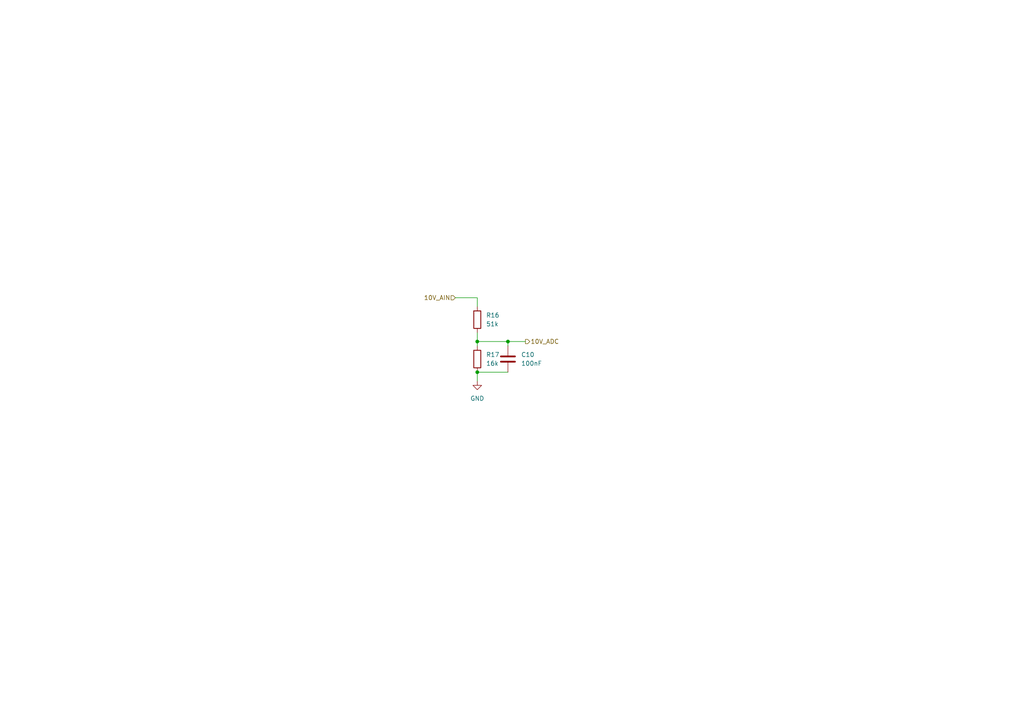
<source format=kicad_sch>
(kicad_sch (version 20250114) (generator "eeschema") (generator_version "9.0")
  (paper "A4")
  (lib_symbols
    (symbol "Device:C" (pin_numbers (hide yes)) (pin_names (offset 0.254))
      (property "Reference" "C" (at 0.635 2.54 0))
      (property "Value" "C" (at 0.635 -2.54 0))
      (symbol "C_0_1"
        (polyline (pts (xy -2.032 0.762) (xy 2.032 0.762)) (stroke (width 0.508)))
        (polyline (pts (xy -2.032 -0.762) (xy 2.032 -0.762)) (stroke (width 0.508)))
      )
      (symbol "C_1_1"
        (pin passive line (at 0 3.81 270) (length 2.794) (name "~") (number "1"))
        (pin passive line (at 0 -3.81 90) (length 2.794) (name "~") (number "2"))
      )
    )
    (symbol "Device:R" (pin_numbers (hide yes)) (pin_names (offset 0))
      (property "Reference" "R" (at 2.032 0 90))
      (property "Value" "R" (at 0 0 90))
      (symbol "R_0_1"
        (rectangle (start -1.016 -2.54) (end 1.016 2.54) (stroke (width 0.254)))
      )
      (symbol "R_1_1"
        (pin passive line (at 0 3.81 270) (length 1.27) (name "~") (number "1"))
        (pin passive line (at 0 -3.81 90) (length 1.27) (name "~") (number "2"))
      )
    )
    (symbol "power:GND" (power) (pin_numbers (hide yes)) (pin_names (offset 0) (hide yes))
      (property "Value" "GND" (at 0 -3.81 0))
      (symbol "GND_0_1"
        (polyline (pts (xy 0 0) (xy 0 -1.27) (xy 1.27 -1.27) (xy 0 -2.54) (xy -1.27 -1.27) (xy 0 -1.27)))
      )
      (symbol "GND_1_1"
        (pin power_in line (at 0 0 270) (length 0) (name "~") (number "1"))
      )
    )
  )
  (junction (at 138.43 107.95))
  (junction (at 138.43 99.06))
  (junction (at 147.32 99.06))
  (wire (pts (xy 138.43 96.52) (xy 138.43 99.06)))
  (wire (pts (xy 147.32 99.06) (xy 152.4 99.06)))
  (wire (pts (xy 138.43 107.95) (xy 138.43 110.49)))
  (wire (pts (xy 138.43 86.36) (xy 138.43 88.9)))
  (wire (pts (xy 147.32 99.06) (xy 147.32 100.33)))
  (wire (pts (xy 138.43 99.06) (xy 147.32 99.06)))
  (wire (pts (xy 132.08 86.36) (xy 138.43 86.36)))
  (wire (pts (xy 138.43 107.95) (xy 147.32 107.95)))
  (wire (pts (xy 138.43 99.06) (xy 138.43 100.33)))
  (hierarchical_label "10V_ADC" (shape output) (at 152.4 99.06 0))
  (hierarchical_label "10V_AIN" (shape input) (at 132.08 86.36 180))
  (symbol (lib_id "Device:R") (at 138.43 104.14 0) (unit 1)
    (property "Reference" "R17" (at 140.97 102.8699 0) (effects (justify left)))
    (property "Value" "16k" (at 140.97 105.4099 0) (effects (justify left)))
    (property "Description" "Resistor" (effects (hide yes)))
  )
  (symbol (lib_id "Device:C") (at 147.32 104.14 0) (unit 1)
    (property "Reference" "C10" (at 151.13 102.8699 0) (effects (justify left)))
    (property "Value" "100nF" (at 151.13 105.4099 0) (effects (justify left)))
    (property "Description" "Unpolarized capacitor" (effects (hide yes)))
  )
  (symbol (lib_id "power:GND") (at 138.43 110.49 0) (unit 1)
    (property "Reference" "#PWR041" (effects (hide yes)))
    (property "Value" "GND" (at 138.43 115.57 0))
    (property "Description" "Power symbol creates a global label with name \"GND\" , ground" (effects (hide yes)))
  )
  (symbol (lib_id "Device:R") (at 138.43 92.71 0) (unit 1)
    (property "Reference" "R16" (at 140.97 91.4399 0) (effects (justify left)))
    (property "Value" "51k" (at 140.97 93.9799 0) (effects (justify left)))
    (property "Description" "Resistor" (effects (hide yes)))
  )
)
</source>
